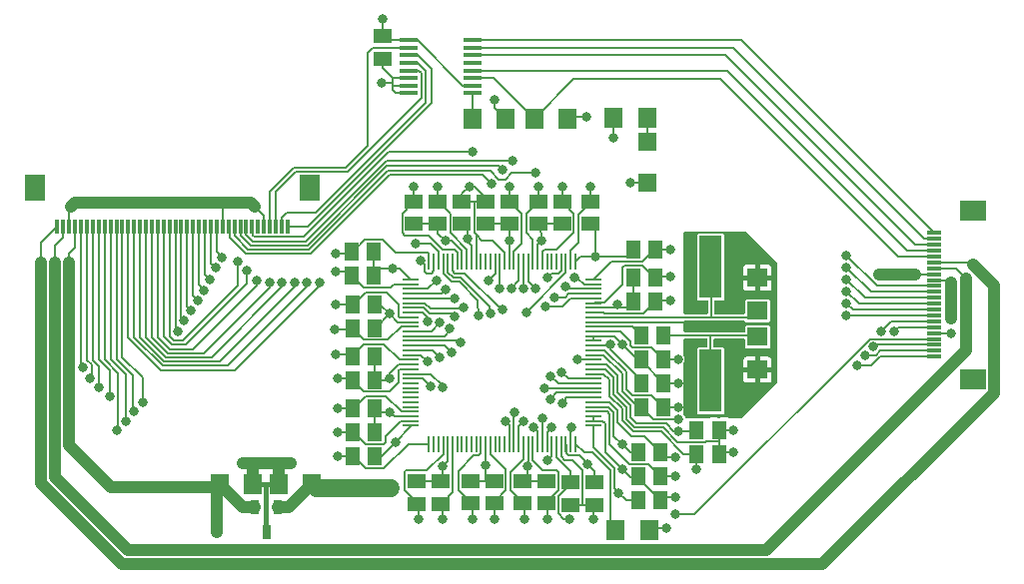
<source format=gbr>
G04 EAGLE Gerber RS-274X export*
G75*
%MOMM*%
%FSLAX34Y34*%
%LPD*%
%INTop Copper*%
%IPPOS*%
%AMOC8*
5,1,8,0,0,1.08239X$1,22.5*%
G01*
%ADD10R,1.600000X1.800000*%
%ADD11R,1.300000X1.500000*%
%ADD12R,1.800000X1.600000*%
%ADD13R,0.300000X1.300000*%
%ADD14R,1.800000X2.200000*%
%ADD15R,1.600000X1.803000*%
%ADD16R,1.475000X0.200000*%
%ADD17R,0.200000X1.475000*%
%ADD18R,0.650000X1.250000*%
%ADD19R,1.500000X1.300000*%
%ADD20R,1.930400X5.334000*%
%ADD21R,1.500000X1.500000*%
%ADD22R,1.300000X0.300000*%
%ADD23R,2.200000X1.800000*%
%ADD24R,1.520000X0.440000*%
%ADD25C,0.203200*%
%ADD26C,0.812800*%
%ADD27C,0.406400*%
%ADD28C,1.016000*%
%ADD29C,0.152400*%
%ADD30C,1.524000*%

G36*
X950635Y452642D02*
X950635Y452642D01*
X950732Y452647D01*
X950770Y452661D01*
X950821Y452669D01*
X950978Y452739D01*
X951047Y452765D01*
X951123Y452809D01*
X951899Y453017D01*
X956987Y453017D01*
X956993Y453008D01*
X957054Y452950D01*
X957109Y452886D01*
X957157Y452854D01*
X957200Y452814D01*
X957275Y452775D01*
X957345Y452729D01*
X957401Y452711D01*
X957453Y452684D01*
X957521Y452673D01*
X957616Y452643D01*
X957716Y452640D01*
X957784Y452629D01*
X959816Y452629D01*
X959874Y452637D01*
X959932Y452635D01*
X960014Y452657D01*
X960097Y452669D01*
X960151Y452693D01*
X960207Y452707D01*
X960280Y452750D01*
X960357Y452785D01*
X960401Y452823D01*
X960452Y452853D01*
X960509Y452914D01*
X960574Y452969D01*
X960606Y453017D01*
X965701Y453017D01*
X966477Y452809D01*
X966553Y452765D01*
X966643Y452729D01*
X966730Y452684D01*
X966770Y452678D01*
X966817Y452659D01*
X966988Y452641D01*
X967061Y452629D01*
X977792Y452629D01*
X977879Y452641D01*
X977966Y452644D01*
X978019Y452661D01*
X978074Y452669D01*
X978153Y452704D01*
X978237Y452731D01*
X978276Y452759D01*
X978333Y452785D01*
X978446Y452881D01*
X978510Y452926D01*
X1007974Y482390D01*
X1007985Y482404D01*
X1007992Y482411D01*
X1008014Y482443D01*
X1008026Y482460D01*
X1008086Y482524D01*
X1008112Y482573D01*
X1008145Y482617D01*
X1008176Y482699D01*
X1008216Y482777D01*
X1008224Y482825D01*
X1008246Y482883D01*
X1008258Y483031D01*
X1008271Y483108D01*
X1008271Y583292D01*
X1008259Y583379D01*
X1008256Y583466D01*
X1008239Y583519D01*
X1008231Y583574D01*
X1008196Y583653D01*
X1008169Y583737D01*
X1008141Y583776D01*
X1008115Y583833D01*
X1008019Y583946D01*
X1007974Y584010D01*
X981412Y610572D01*
X981342Y610624D01*
X981278Y610684D01*
X981229Y610710D01*
X981185Y610743D01*
X981103Y610774D01*
X981025Y610814D01*
X980978Y610822D01*
X980919Y610844D01*
X980771Y610856D01*
X980694Y610869D01*
X930040Y610869D01*
X929982Y610861D01*
X929924Y610863D01*
X929842Y610841D01*
X929759Y610829D01*
X929705Y610806D01*
X929649Y610791D01*
X929576Y610748D01*
X929499Y610713D01*
X929454Y610675D01*
X929404Y610646D01*
X929346Y610584D01*
X929282Y610530D01*
X929250Y610481D01*
X929210Y610438D01*
X929171Y610363D01*
X929125Y610293D01*
X929107Y610237D01*
X929080Y610185D01*
X929069Y610117D01*
X929039Y610022D01*
X929036Y609922D01*
X929025Y609854D01*
X929025Y541556D01*
X929033Y541498D01*
X929031Y541440D01*
X929053Y541358D01*
X929065Y541274D01*
X929089Y541221D01*
X929103Y541165D01*
X929146Y541092D01*
X929181Y541015D01*
X929219Y540970D01*
X929249Y540920D01*
X929310Y540862D01*
X929365Y540798D01*
X929413Y540766D01*
X929456Y540726D01*
X929531Y540687D01*
X929601Y540640D01*
X929657Y540623D01*
X929709Y540596D01*
X929777Y540585D01*
X929872Y540555D01*
X929972Y540552D01*
X930040Y540541D01*
X948582Y540541D01*
X948640Y540549D01*
X948698Y540547D01*
X948780Y540569D01*
X948864Y540581D01*
X948917Y540604D01*
X948973Y540619D01*
X949046Y540662D01*
X949123Y540697D01*
X949168Y540735D01*
X949218Y540764D01*
X949276Y540826D01*
X949340Y540880D01*
X949372Y540929D01*
X949412Y540972D01*
X949451Y541047D01*
X949498Y541117D01*
X949515Y541173D01*
X949542Y541225D01*
X949553Y541293D01*
X949583Y541388D01*
X949586Y541488D01*
X949597Y541556D01*
X949597Y551434D01*
X949589Y551492D01*
X949591Y551550D01*
X949569Y551632D01*
X949557Y551716D01*
X949534Y551769D01*
X949519Y551825D01*
X949476Y551898D01*
X949441Y551975D01*
X949403Y552020D01*
X949374Y552070D01*
X949312Y552128D01*
X949258Y552192D01*
X949209Y552224D01*
X949166Y552264D01*
X949091Y552303D01*
X949021Y552350D01*
X948965Y552367D01*
X948913Y552394D01*
X948845Y552405D01*
X948750Y552435D01*
X948650Y552438D01*
X948582Y552449D01*
X941600Y552449D01*
X940707Y553342D01*
X940707Y607946D01*
X941600Y608839D01*
X962168Y608839D01*
X963061Y607946D01*
X963061Y553342D01*
X962168Y552449D01*
X955694Y552449D01*
X955636Y552441D01*
X955578Y552443D01*
X955496Y552421D01*
X955412Y552409D01*
X955359Y552386D01*
X955303Y552371D01*
X955230Y552328D01*
X955153Y552293D01*
X955108Y552255D01*
X955058Y552226D01*
X955000Y552164D01*
X954936Y552110D01*
X954904Y552061D01*
X954864Y552018D01*
X954825Y551943D01*
X954778Y551873D01*
X954761Y551817D01*
X954734Y551765D01*
X954723Y551697D01*
X954693Y551602D01*
X954690Y551502D01*
X954679Y551434D01*
X954679Y541556D01*
X954687Y541498D01*
X954685Y541440D01*
X954707Y541358D01*
X954719Y541274D01*
X954742Y541221D01*
X954757Y541165D01*
X954800Y541092D01*
X954835Y541015D01*
X954873Y540970D01*
X954902Y540920D01*
X954964Y540862D01*
X955018Y540798D01*
X955067Y540766D01*
X955110Y540726D01*
X955185Y540687D01*
X955255Y540640D01*
X955311Y540623D01*
X955363Y540596D01*
X955431Y540585D01*
X955526Y540555D01*
X955626Y540552D01*
X955694Y540541D01*
X979968Y540541D01*
X980026Y540549D01*
X980084Y540547D01*
X980166Y540569D01*
X980250Y540581D01*
X980303Y540604D01*
X980359Y540619D01*
X980432Y540662D01*
X980509Y540697D01*
X980554Y540735D01*
X980604Y540764D01*
X980662Y540826D01*
X980726Y540880D01*
X980758Y540929D01*
X980798Y540972D01*
X980837Y541047D01*
X980884Y541117D01*
X980901Y541173D01*
X980928Y541225D01*
X980939Y541293D01*
X980969Y541388D01*
X980972Y541488D01*
X980983Y541556D01*
X980983Y552162D01*
X981876Y553055D01*
X1001140Y553055D01*
X1002033Y552162D01*
X1002033Y534898D01*
X1001140Y534005D01*
X981876Y534005D01*
X980720Y535162D01*
X980650Y535214D01*
X980586Y535274D01*
X980537Y535300D01*
X980493Y535333D01*
X980411Y535364D01*
X980333Y535404D01*
X980285Y535412D01*
X980227Y535434D01*
X980079Y535446D01*
X980002Y535459D01*
X930040Y535459D01*
X929982Y535451D01*
X929924Y535453D01*
X929842Y535431D01*
X929759Y535419D01*
X929705Y535396D01*
X929649Y535381D01*
X929576Y535338D01*
X929499Y535303D01*
X929454Y535265D01*
X929404Y535236D01*
X929346Y535174D01*
X929282Y535120D01*
X929250Y535071D01*
X929210Y535028D01*
X929171Y534953D01*
X929125Y534883D01*
X929107Y534827D01*
X929080Y534775D01*
X929069Y534707D01*
X929039Y534612D01*
X929036Y534512D01*
X929025Y534444D01*
X929025Y526288D01*
X929033Y526230D01*
X929031Y526172D01*
X929053Y526090D01*
X929065Y526006D01*
X929089Y525953D01*
X929103Y525897D01*
X929146Y525824D01*
X929181Y525747D01*
X929219Y525702D01*
X929249Y525652D01*
X929310Y525594D01*
X929365Y525530D01*
X929413Y525498D01*
X929456Y525458D01*
X929531Y525419D01*
X929601Y525372D01*
X929657Y525355D01*
X929709Y525328D01*
X929777Y525317D01*
X929872Y525287D01*
X929972Y525284D01*
X930040Y525273D01*
X952790Y525273D01*
X953001Y525062D01*
X953071Y525010D01*
X953135Y524950D01*
X953184Y524924D01*
X953228Y524891D01*
X953310Y524860D01*
X953388Y524820D01*
X953435Y524812D01*
X953494Y524790D01*
X953642Y524778D01*
X953719Y524765D01*
X979968Y524765D01*
X980026Y524773D01*
X980084Y524771D01*
X980166Y524793D01*
X980250Y524805D01*
X980303Y524828D01*
X980359Y524843D01*
X980432Y524886D01*
X980509Y524921D01*
X980554Y524959D01*
X980604Y524988D01*
X980662Y525050D01*
X980726Y525104D01*
X980758Y525153D01*
X980798Y525196D01*
X980837Y525271D01*
X980884Y525341D01*
X980901Y525397D01*
X980928Y525449D01*
X980939Y525517D01*
X980969Y525612D01*
X980972Y525712D01*
X980983Y525780D01*
X980983Y530124D01*
X981876Y531017D01*
X1001140Y531017D01*
X1002033Y530124D01*
X1002033Y512860D01*
X1001140Y511967D01*
X981876Y511967D01*
X980983Y512860D01*
X980983Y518668D01*
X980976Y518719D01*
X980977Y518736D01*
X980975Y518741D01*
X980977Y518784D01*
X980955Y518866D01*
X980943Y518950D01*
X980920Y519003D01*
X980905Y519059D01*
X980862Y519132D01*
X980827Y519209D01*
X980789Y519254D01*
X980760Y519304D01*
X980698Y519362D01*
X980644Y519426D01*
X980595Y519458D01*
X980552Y519498D01*
X980477Y519537D01*
X980407Y519584D01*
X980351Y519601D01*
X980299Y519628D01*
X980231Y519639D01*
X980136Y519669D01*
X980036Y519672D01*
X979968Y519683D01*
X955294Y519683D01*
X955236Y519675D01*
X955178Y519677D01*
X955096Y519655D01*
X955012Y519643D01*
X954959Y519620D01*
X954903Y519605D01*
X954830Y519562D01*
X954753Y519527D01*
X954708Y519489D01*
X954658Y519460D01*
X954600Y519398D01*
X954536Y519344D01*
X954504Y519295D01*
X954464Y519252D01*
X954425Y519177D01*
X954378Y519107D01*
X954361Y519051D01*
X954334Y518999D01*
X954323Y518931D01*
X954293Y518836D01*
X954290Y518736D01*
X954279Y518668D01*
X954279Y513334D01*
X954287Y513276D01*
X954285Y513218D01*
X954307Y513136D01*
X954319Y513052D01*
X954342Y512999D01*
X954357Y512943D01*
X954400Y512870D01*
X954435Y512793D01*
X954473Y512748D01*
X954502Y512698D01*
X954564Y512640D01*
X954618Y512576D01*
X954667Y512544D01*
X954710Y512504D01*
X954785Y512465D01*
X954855Y512418D01*
X954911Y512401D01*
X954963Y512374D01*
X955031Y512363D01*
X955126Y512333D01*
X955226Y512330D01*
X955294Y512319D01*
X962168Y512319D01*
X963061Y511426D01*
X963061Y456822D01*
X962168Y455929D01*
X941600Y455929D01*
X940707Y456822D01*
X940707Y511426D01*
X941600Y512319D01*
X948182Y512319D01*
X948240Y512327D01*
X948298Y512325D01*
X948380Y512347D01*
X948464Y512359D01*
X948517Y512382D01*
X948573Y512397D01*
X948646Y512440D01*
X948723Y512475D01*
X948768Y512513D01*
X948818Y512542D01*
X948876Y512604D01*
X948940Y512658D01*
X948972Y512707D01*
X949012Y512750D01*
X949051Y512825D01*
X949098Y512895D01*
X949115Y512951D01*
X949142Y513003D01*
X949153Y513071D01*
X949183Y513166D01*
X949186Y513266D01*
X949197Y513334D01*
X949197Y519176D01*
X949189Y519234D01*
X949191Y519292D01*
X949169Y519374D01*
X949157Y519458D01*
X949134Y519511D01*
X949119Y519567D01*
X949076Y519640D01*
X949041Y519717D01*
X949003Y519762D01*
X948974Y519812D01*
X948912Y519870D01*
X948858Y519934D01*
X948809Y519966D01*
X948766Y520006D01*
X948691Y520045D01*
X948621Y520092D01*
X948565Y520109D01*
X948513Y520136D01*
X948445Y520147D01*
X948350Y520177D01*
X948250Y520180D01*
X948182Y520191D01*
X930040Y520191D01*
X929982Y520183D01*
X929924Y520185D01*
X929842Y520163D01*
X929759Y520151D01*
X929705Y520128D01*
X929649Y520113D01*
X929576Y520070D01*
X929499Y520035D01*
X929454Y519997D01*
X929404Y519968D01*
X929346Y519906D01*
X929282Y519852D01*
X929250Y519803D01*
X929210Y519760D01*
X929171Y519685D01*
X929125Y519615D01*
X929107Y519559D01*
X929080Y519507D01*
X929069Y519439D01*
X929039Y519344D01*
X929036Y519244D01*
X929025Y519176D01*
X929025Y505213D01*
X929029Y505182D01*
X929027Y505151D01*
X929044Y505075D01*
X929065Y504931D01*
X929091Y504872D01*
X929102Y504824D01*
X929641Y503524D01*
X929641Y501300D01*
X929102Y500000D01*
X929094Y499970D01*
X929080Y499942D01*
X929067Y499865D01*
X929031Y499725D01*
X929033Y499660D01*
X929025Y499611D01*
X929025Y455471D01*
X929037Y455385D01*
X929040Y455297D01*
X929057Y455245D01*
X929065Y455190D01*
X929100Y455110D01*
X929127Y455027D01*
X929155Y454988D01*
X929181Y454931D01*
X929277Y454817D01*
X929288Y454801D01*
X929928Y453255D01*
X929929Y453254D01*
X929930Y453253D01*
X930000Y453135D01*
X930073Y453011D01*
X930074Y453010D01*
X930075Y453008D01*
X930179Y452911D01*
X930280Y452815D01*
X930281Y452815D01*
X930282Y452814D01*
X930408Y452749D01*
X930532Y452685D01*
X930534Y452685D01*
X930535Y452684D01*
X930550Y452682D01*
X930811Y452630D01*
X930842Y452633D01*
X930866Y452629D01*
X950539Y452629D01*
X950635Y452642D01*
G37*
%LPC*%
G36*
X993539Y573561D02*
X993539Y573561D01*
X993539Y582579D01*
X1000909Y582579D01*
X1001685Y582371D01*
X1002380Y581970D01*
X1002948Y581402D01*
X1003349Y580707D01*
X1003557Y579931D01*
X1003557Y573561D01*
X993539Y573561D01*
G37*
%LPD*%
%LPC*%
G36*
X993539Y495523D02*
X993539Y495523D01*
X993539Y504541D01*
X1000909Y504541D01*
X1001685Y504333D01*
X1002380Y503932D01*
X1002948Y503364D01*
X1003349Y502669D01*
X1003557Y501893D01*
X1003557Y495523D01*
X993539Y495523D01*
G37*
%LPD*%
%LPC*%
G36*
X979459Y573561D02*
X979459Y573561D01*
X979459Y579931D01*
X979667Y580707D01*
X980068Y581402D01*
X980636Y581970D01*
X981331Y582371D01*
X982107Y582579D01*
X989477Y582579D01*
X989477Y573561D01*
X979459Y573561D01*
G37*
%LPD*%
%LPC*%
G36*
X979459Y495523D02*
X979459Y495523D01*
X979459Y501893D01*
X979667Y502669D01*
X980068Y503364D01*
X980636Y503932D01*
X981331Y504333D01*
X982107Y504541D01*
X989477Y504541D01*
X989477Y495523D01*
X979459Y495523D01*
G37*
%LPD*%
%LPC*%
G36*
X993539Y560481D02*
X993539Y560481D01*
X993539Y569499D01*
X1003557Y569499D01*
X1003557Y563129D01*
X1003349Y562353D01*
X1002948Y561658D01*
X1002380Y561090D01*
X1001685Y560689D01*
X1000909Y560481D01*
X993539Y560481D01*
G37*
%LPD*%
%LPC*%
G36*
X993539Y482443D02*
X993539Y482443D01*
X993539Y491461D01*
X1003557Y491461D01*
X1003557Y485091D01*
X1003349Y484315D01*
X1002948Y483620D01*
X1002380Y483052D01*
X1001685Y482651D01*
X1000909Y482443D01*
X993539Y482443D01*
G37*
%LPD*%
%LPC*%
G36*
X982107Y560481D02*
X982107Y560481D01*
X981331Y560689D01*
X980636Y561090D01*
X980068Y561658D01*
X979667Y562353D01*
X979459Y563129D01*
X979459Y569499D01*
X989477Y569499D01*
X989477Y560481D01*
X982107Y560481D01*
G37*
%LPD*%
%LPC*%
G36*
X982107Y482443D02*
X982107Y482443D01*
X981331Y482651D01*
X980636Y483052D01*
X980068Y483620D01*
X979667Y484315D01*
X979459Y485091D01*
X979459Y491461D01*
X989477Y491461D01*
X989477Y482443D01*
X982107Y482443D01*
G37*
%LPD*%
%LPC*%
G36*
X991507Y571529D02*
X991507Y571529D01*
X991507Y571531D01*
X991509Y571531D01*
X991509Y571529D01*
X991507Y571529D01*
G37*
%LPD*%
%LPC*%
G36*
X991507Y493491D02*
X991507Y493491D01*
X991507Y493493D01*
X991509Y493493D01*
X991509Y493491D01*
X991507Y493491D01*
G37*
%LPD*%
D10*
X585967Y396494D03*
X613967Y396494D03*
X563929Y396494D03*
X535929Y396494D03*
D11*
X911810Y482092D03*
X892810Y482092D03*
D12*
X991508Y571530D03*
X991508Y543530D03*
X991508Y493492D03*
X991508Y521492D03*
D13*
X593200Y615200D03*
X588200Y615200D03*
X583200Y615200D03*
X578200Y615200D03*
X573200Y615200D03*
X568200Y615200D03*
X563200Y615200D03*
X558200Y615200D03*
X553200Y615200D03*
X548200Y615200D03*
X543200Y615200D03*
X538200Y615200D03*
X533200Y615200D03*
X528200Y615200D03*
X523200Y615200D03*
X518200Y615200D03*
X513200Y615200D03*
X508200Y615200D03*
X503200Y615200D03*
X498200Y615200D03*
X493200Y615200D03*
X488200Y615200D03*
X483200Y615200D03*
X478200Y615200D03*
X473200Y615200D03*
X468200Y615200D03*
X463200Y615200D03*
X458200Y615200D03*
X453200Y615200D03*
X448200Y615200D03*
X443200Y615200D03*
X438200Y615200D03*
X433200Y615200D03*
X428200Y615200D03*
X423200Y615200D03*
X418200Y615200D03*
X413200Y615200D03*
X408200Y615200D03*
X403200Y615200D03*
X398200Y615200D03*
D14*
X379200Y647700D03*
X612200Y647700D03*
D15*
X897981Y707097D03*
X869541Y707097D03*
X899556Y357632D03*
X871116Y357632D03*
D11*
X911810Y522732D03*
X892810Y522732D03*
D16*
X852480Y446000D03*
X852480Y450000D03*
X852480Y454000D03*
X852480Y458000D03*
X852480Y462000D03*
X852480Y466000D03*
X852480Y470000D03*
X852480Y474000D03*
X852480Y478000D03*
X852480Y482000D03*
X852480Y486000D03*
X852480Y490000D03*
X852480Y494000D03*
X852480Y498000D03*
X852480Y502000D03*
X852480Y506000D03*
X852480Y510000D03*
X852480Y514000D03*
X852480Y518000D03*
X852480Y522000D03*
X852480Y526000D03*
X852480Y530000D03*
X852480Y534000D03*
X852480Y538000D03*
X852480Y542000D03*
X852480Y546000D03*
X852480Y550000D03*
X852480Y554000D03*
X852480Y558000D03*
X852480Y562000D03*
X852480Y566000D03*
X852480Y570000D03*
D17*
X837100Y585380D03*
X833100Y585380D03*
X829100Y585380D03*
X825100Y585380D03*
X821100Y585380D03*
X817100Y585380D03*
X813100Y585380D03*
X809100Y585380D03*
X805100Y585380D03*
X801100Y585380D03*
X797100Y585380D03*
X793100Y585380D03*
X789100Y585380D03*
X785100Y585380D03*
X781100Y585380D03*
X777100Y585380D03*
X773100Y585380D03*
X769100Y585380D03*
X765100Y585380D03*
X761100Y585380D03*
X757100Y585380D03*
X753100Y585380D03*
X749100Y585380D03*
X745100Y585380D03*
X741100Y585380D03*
X737100Y585380D03*
X733100Y585380D03*
X729100Y585380D03*
X725100Y585380D03*
X721100Y585380D03*
X717100Y585380D03*
X713100Y585380D03*
D16*
X697720Y570000D03*
X697720Y566000D03*
X697720Y562000D03*
X697720Y558000D03*
X697720Y554000D03*
X697720Y550000D03*
X697720Y546000D03*
X697720Y542000D03*
X697720Y538000D03*
X697720Y534000D03*
X697720Y530000D03*
X697720Y526000D03*
X697720Y522000D03*
X697720Y518000D03*
X697720Y514000D03*
X697720Y510000D03*
X697720Y506000D03*
X697720Y502000D03*
X697720Y498000D03*
X697720Y494000D03*
X697720Y490000D03*
X697720Y486000D03*
X697720Y482000D03*
X697720Y478000D03*
X697720Y474000D03*
X697720Y470000D03*
X697720Y466000D03*
X697720Y462000D03*
X697720Y458000D03*
X697720Y454000D03*
X697720Y450000D03*
X697720Y446000D03*
D17*
X713100Y430620D03*
X717100Y430620D03*
X721100Y430620D03*
X725100Y430620D03*
X729100Y430620D03*
X733100Y430620D03*
X737100Y430620D03*
X741100Y430620D03*
X745100Y430620D03*
X749100Y430620D03*
X753100Y430620D03*
X757100Y430620D03*
X761100Y430620D03*
X765100Y430620D03*
X769100Y430620D03*
X773100Y430620D03*
X777100Y430620D03*
X781100Y430620D03*
X785100Y430620D03*
X789100Y430620D03*
X793100Y430620D03*
X797100Y430620D03*
X801100Y430620D03*
X805100Y430620D03*
X809100Y430620D03*
X813100Y430620D03*
X817100Y430620D03*
X821100Y430620D03*
X825100Y430620D03*
X829100Y430620D03*
X833100Y430620D03*
X837100Y430620D03*
D18*
X584829Y377022D03*
X565829Y377022D03*
X575329Y356022D03*
D19*
X768242Y399136D03*
X768242Y380136D03*
X812438Y399136D03*
X812438Y380136D03*
X853078Y378866D03*
X853078Y397866D03*
D11*
X909314Y382778D03*
X890314Y382778D03*
X890270Y423418D03*
X909270Y423418D03*
X958800Y442468D03*
X939800Y442468D03*
X886250Y551688D03*
X905250Y551688D03*
X892810Y502412D03*
X911810Y502412D03*
D19*
X781704Y617372D03*
X781704Y636372D03*
X720744Y617372D03*
X720744Y636372D03*
X825900Y617372D03*
X825900Y636372D03*
D11*
X886250Y595630D03*
X905250Y595630D03*
X666490Y573151D03*
X647490Y573151D03*
X666998Y528955D03*
X647998Y528955D03*
X666998Y484886D03*
X647998Y484886D03*
X666998Y440690D03*
X647998Y440690D03*
X666998Y420370D03*
X647998Y420370D03*
D19*
X702456Y398882D03*
X702456Y379882D03*
X747922Y399136D03*
X747922Y380136D03*
X792118Y399136D03*
X792118Y380136D03*
X832758Y378866D03*
X832758Y397866D03*
D11*
X890270Y403098D03*
X909270Y403098D03*
X958850Y422148D03*
X939850Y422148D03*
X911854Y461772D03*
X892854Y461772D03*
X886250Y572008D03*
X905250Y572008D03*
D19*
X849776Y617372D03*
X849776Y636372D03*
X805580Y617372D03*
X805580Y636372D03*
X761384Y617372D03*
X761384Y636372D03*
X741064Y617372D03*
X741064Y636372D03*
X700424Y617372D03*
X700424Y636372D03*
D11*
X666490Y593471D03*
X647490Y593471D03*
X666998Y549275D03*
X647998Y549275D03*
X666998Y505206D03*
X647998Y505206D03*
X666998Y461010D03*
X647998Y461010D03*
D19*
X722776Y398882D03*
X722776Y379882D03*
D20*
X951884Y484124D03*
X951884Y580644D03*
D21*
X897938Y651930D03*
X897938Y686930D03*
D22*
X1141500Y504600D03*
X1141500Y509600D03*
X1141500Y514600D03*
X1141500Y519600D03*
X1141500Y524600D03*
X1141500Y529600D03*
X1141500Y534600D03*
X1141500Y539600D03*
X1141500Y544600D03*
X1141500Y549600D03*
X1141500Y554600D03*
X1141500Y559600D03*
X1141500Y564600D03*
X1141500Y569600D03*
X1141500Y574600D03*
X1141500Y579600D03*
X1141500Y584600D03*
X1141500Y589600D03*
X1141500Y594600D03*
X1141500Y599600D03*
X1141500Y604600D03*
X1141500Y609600D03*
D23*
X1174000Y628600D03*
X1174000Y485600D03*
D24*
X695734Y772970D03*
X695734Y766570D03*
X695734Y760170D03*
X695734Y753770D03*
X695734Y747370D03*
X695734Y740970D03*
X695734Y734570D03*
X695734Y728170D03*
X750034Y728170D03*
X750034Y734570D03*
X750034Y740970D03*
X750034Y747370D03*
X750034Y753770D03*
X750034Y760170D03*
X750034Y766570D03*
X750034Y772970D03*
D10*
X778032Y706628D03*
X750032Y706628D03*
D19*
X673608Y757326D03*
X673608Y776326D03*
D15*
X830576Y706628D03*
X802136Y706628D03*
D25*
X697695Y454025D02*
X697720Y454000D01*
X697695Y454025D02*
X683787Y454025D01*
X686985Y498000D02*
X697720Y498000D01*
D26*
X679850Y486410D03*
X679850Y457200D03*
D25*
X666490Y573151D02*
X666490Y593471D01*
D26*
X682390Y579120D03*
X679850Y541020D03*
D25*
X666998Y461010D02*
X666998Y440690D01*
X697720Y445504D02*
X697720Y446000D01*
X684930Y431800D02*
X672586Y420370D01*
D26*
X684930Y431800D03*
D25*
X697720Y445504D01*
X702456Y398882D02*
X722776Y398882D01*
X747922Y399136D02*
X760876Y399136D01*
X768242Y399136D01*
X761100Y399360D02*
X761130Y412750D01*
X761100Y399360D02*
X760876Y399136D01*
X792118Y399136D02*
X812438Y399136D01*
D26*
X724300Y411480D03*
X761130Y412750D03*
D25*
X761100Y430620D01*
D26*
X796690Y411480D03*
D25*
X886250Y551688D02*
X886250Y572008D01*
X886250Y551688D02*
X880562Y546000D01*
X872744Y546000D01*
X852480Y546000D01*
D26*
X872890Y548640D03*
D25*
X825900Y617372D02*
X806850Y617372D01*
X805580Y617372D01*
X781704Y617372D02*
X761384Y617372D01*
X781100Y616768D02*
X781704Y617372D01*
X781450Y603250D02*
X781100Y585380D01*
X741100Y585380D02*
X741064Y585416D01*
X720490Y617372D02*
X700424Y617372D01*
X720490Y617372D02*
X720744Y617372D01*
X741064Y594497D02*
X741064Y585416D01*
D26*
X726840Y603250D03*
X745890Y604520D03*
X781450Y603250D03*
D25*
X781100Y616768D01*
D26*
X808120Y603250D03*
D25*
X805100Y600646D02*
X805100Y585380D01*
X805100Y600646D02*
X808120Y603250D01*
X807704Y616518D01*
X806850Y617372D01*
X741064Y594497D02*
X732416Y603145D01*
X726840Y603250D01*
X720490Y609297D01*
X720490Y617372D01*
X408200Y615200D02*
X408200Y630304D01*
X409594Y631698D01*
X565550Y631698D02*
X573200Y624048D01*
X573200Y615200D01*
D26*
X972820Y474980D03*
D25*
X585470Y396494D02*
X575075Y396494D01*
X566693Y396494D01*
X563929Y396494D01*
D27*
X575075Y356276D02*
X575329Y356022D01*
X575075Y356276D02*
X575075Y396494D01*
X585470Y396494D02*
X585967Y396494D01*
X585470Y396494D02*
X566693Y396494D01*
D25*
X686870Y534000D02*
X697720Y534000D01*
X686870Y534000D02*
X679850Y541020D01*
X679850Y490865D02*
X679850Y486410D01*
X679850Y490865D02*
X686985Y498000D01*
X666998Y461010D02*
X670808Y457200D01*
X679850Y457200D01*
X680612Y457200D01*
X683787Y454025D01*
X792118Y399136D02*
X796690Y403708D01*
X796690Y411480D01*
X797100Y411890D01*
X797100Y430620D01*
X749100Y585380D02*
X749100Y598770D01*
X745890Y601980D01*
X745890Y604520D01*
X745890Y612546D01*
X741064Y617372D01*
X880542Y589922D02*
X886250Y595630D01*
X880542Y589922D02*
X854475Y589922D01*
X841642Y589922D01*
X837100Y585380D01*
X854475Y612673D02*
X849776Y617372D01*
D26*
X854475Y589922D03*
D25*
X854475Y612673D01*
X724300Y411480D02*
X724300Y400406D01*
X722776Y398882D01*
X724300Y411480D02*
X729100Y416280D01*
X729100Y430620D01*
X672586Y420370D02*
X666998Y420370D01*
X666998Y549275D02*
X671595Y549275D01*
X679850Y541020D01*
X667785Y528955D02*
X666998Y528955D01*
X667785Y528955D02*
X679850Y541020D01*
X666998Y505206D02*
X666998Y484886D01*
X678326Y484886D02*
X679850Y486410D01*
X678326Y484886D02*
X666998Y484886D01*
D26*
X976630Y595630D03*
X934720Y595630D03*
X984250Y474980D03*
X972820Y463550D03*
X986790Y595630D03*
X554990Y414020D03*
X575310Y414020D03*
X585470Y414020D03*
X595630Y414020D03*
X565150Y414020D03*
D28*
X563929Y414020D02*
X554990Y414020D01*
X563929Y414020D02*
X585967Y414020D01*
X595630Y414020D01*
X585967Y414020D02*
X585967Y396494D01*
X563929Y396494D02*
X563929Y414020D01*
D26*
X461010Y635000D03*
X471170Y635000D03*
X481330Y635000D03*
X491490Y635000D03*
X501650Y635000D03*
D28*
X538480Y635000D02*
X562248Y635000D01*
X565550Y631698D01*
X412896Y635000D02*
X409594Y631698D01*
D25*
X538200Y634720D02*
X538200Y615200D01*
X538200Y634720D02*
X538480Y635000D01*
X872890Y548640D02*
X872890Y546146D01*
X872744Y546000D01*
X682390Y579120D02*
X672459Y579120D01*
X682390Y579120D02*
X688600Y579120D01*
X697720Y570000D01*
X672459Y579120D02*
X666490Y573151D01*
D26*
X939800Y529590D03*
X949960Y529590D03*
D25*
X935390Y534000D02*
X852480Y534000D01*
X935390Y534000D02*
X939800Y529590D01*
X852480Y502000D02*
X839312Y502000D01*
X839216Y501904D01*
D26*
X839216Y501904D03*
D25*
X892810Y502412D02*
X892810Y501092D01*
X852480Y518000D02*
X852480Y522000D01*
D26*
X877062Y514858D03*
D25*
X861979Y510000D02*
X852480Y510000D01*
X892810Y501092D02*
X911810Y482092D01*
X901574Y472052D02*
X885258Y472052D01*
X901574Y472052D02*
X911854Y461772D01*
X880214Y477096D02*
X880214Y491765D01*
X880214Y477096D02*
X885258Y472052D01*
X880214Y491765D02*
X861979Y510000D01*
X862360Y494000D02*
X852480Y494000D01*
X911810Y482092D02*
X924052Y482092D01*
D26*
X924052Y482092D03*
D25*
X924306Y461772D02*
X911854Y461772D01*
D26*
X924306Y461772D03*
D25*
X889508Y502412D02*
X877062Y514858D01*
X869546Y486814D02*
X869546Y472677D01*
X958800Y432562D02*
X958800Y422198D01*
X958800Y432562D02*
X958800Y442468D01*
X869546Y486814D02*
X862360Y494000D01*
X958800Y422198D02*
X958850Y422148D01*
X880258Y451747D02*
X880258Y461965D01*
X869546Y472677D01*
X880258Y451747D02*
X887505Y444500D01*
X947486Y432562D02*
X958800Y432562D01*
X911716Y444500D02*
X887505Y444500D01*
X947352Y432428D02*
X947486Y432562D01*
X947352Y432428D02*
X923788Y432428D01*
X911716Y444500D01*
X865136Y462000D02*
X852480Y462000D01*
X865136Y462000D02*
X869590Y457546D01*
X860447Y450000D02*
X852480Y450000D01*
X860447Y450000D02*
X862478Y447969D01*
X852480Y450000D02*
X852480Y454000D01*
X890270Y401822D02*
X909314Y382778D01*
X890270Y401822D02*
X890270Y402590D01*
X890270Y403098D01*
X890270Y423418D02*
X883412Y423418D01*
X876808Y430022D01*
D26*
X876808Y430022D03*
D25*
X869590Y437240D01*
X869590Y457546D01*
D26*
X877062Y409194D03*
D25*
X862478Y423778D01*
X862478Y447969D01*
X889508Y502412D02*
X892810Y502412D01*
X958800Y442468D02*
X971042Y442468D01*
D26*
X971042Y442468D03*
D25*
X960374Y423672D02*
X958850Y422148D01*
X960374Y423672D02*
X971042Y423672D01*
D26*
X971042Y423672D03*
D25*
X911600Y385064D02*
X909314Y382778D01*
X911600Y385064D02*
X921512Y385064D01*
D26*
X921512Y385064D03*
D25*
X877062Y514858D02*
X869920Y522000D01*
X852480Y522000D01*
X883666Y402590D02*
X890270Y402590D01*
X883666Y402590D02*
X877062Y409194D01*
X817100Y420352D02*
X817100Y430620D01*
X817100Y420352D02*
X813733Y416985D01*
D26*
X813733Y416985D03*
D25*
X825100Y420126D02*
X825100Y430620D01*
X828158Y417068D02*
X834332Y417068D01*
X842798Y408602D01*
X842416Y378866D02*
X832758Y378866D01*
X828158Y417068D02*
X825100Y420126D01*
X842798Y408602D02*
X842798Y379248D01*
X842416Y378866D01*
X853078Y378866D01*
X852170Y377958D01*
X852170Y366776D01*
D26*
X852170Y366776D03*
D25*
X899978Y648970D02*
X897938Y651930D01*
D26*
X883666Y652018D03*
D25*
X673608Y749554D02*
X673608Y757326D01*
X673608Y749554D02*
X682244Y740918D01*
X695682Y740918D01*
X695734Y740970D01*
X682244Y740918D02*
X682244Y736600D01*
X682244Y734060D01*
X682244Y731012D01*
X685086Y728170D01*
X695734Y728170D01*
X682754Y734570D02*
X682244Y734060D01*
X682754Y734570D02*
X695734Y734570D01*
X1125272Y574600D02*
X1141500Y574600D01*
X1125272Y574600D02*
X1125220Y574548D01*
D26*
X1125220Y574548D03*
X1115060Y574802D03*
X1104900Y574548D03*
X1094740Y574548D03*
D28*
X1125220Y574548D01*
D25*
X883754Y651930D02*
X883666Y652018D01*
X883754Y651930D02*
X897938Y651930D01*
D26*
X673100Y736600D03*
D25*
X682244Y736600D01*
X768858Y715802D02*
X778032Y706628D01*
X768858Y715802D02*
X768858Y722122D01*
D26*
X768858Y722122D03*
D28*
X538480Y635000D02*
X501650Y635000D01*
X491490Y635000D01*
X481330Y635000D01*
X471170Y635000D01*
X461010Y635000D01*
X412896Y635000D01*
D25*
X813100Y440082D02*
X813100Y430620D01*
X813100Y440082D02*
X817010Y444500D01*
D26*
X817010Y444500D03*
X1089772Y512996D03*
D25*
X1091376Y514600D01*
X1141500Y514600D01*
X809100Y451830D02*
X809100Y430620D01*
X809100Y451830D02*
X809390Y452120D01*
D26*
X809390Y452120D03*
X1082693Y505663D03*
D25*
X1091745Y505630D02*
X1095715Y509600D01*
X1141500Y509600D01*
X1091745Y505630D02*
X1082726Y505630D01*
X1082693Y505663D01*
X805100Y442249D02*
X805100Y430620D01*
X805100Y442249D02*
X801770Y444500D01*
D26*
X801770Y444500D03*
X1076055Y496873D03*
D25*
X1095744Y504600D02*
X1141500Y504600D01*
X1076210Y497027D02*
X1076055Y496873D01*
X1076210Y497027D02*
X1088171Y497027D01*
X1095744Y504600D01*
D26*
X763670Y568960D03*
D25*
X769100Y574873D02*
X769100Y585380D01*
X763670Y569443D02*
X763670Y568960D01*
X763670Y569443D02*
X769100Y574873D01*
D26*
X1066800Y590550D03*
D25*
X1092750Y564600D01*
X1141500Y564600D01*
X852480Y470000D02*
X829960Y470000D01*
X825900Y464820D01*
D26*
X825900Y464820D03*
X1066800Y580390D03*
D25*
X1087590Y559600D01*
X1141500Y559600D01*
X852480Y474000D02*
X821335Y474000D01*
X815740Y468405D01*
D26*
X815740Y468405D03*
X1066800Y570230D03*
D25*
X1082430Y554600D01*
X1141500Y554600D01*
X852480Y478000D02*
X824717Y478000D01*
X824659Y478057D01*
X811070Y478057D01*
D26*
X811070Y478057D03*
X1066800Y560070D03*
D25*
X1077270Y549600D01*
X1141500Y549600D01*
X852480Y482000D02*
X822436Y482000D01*
X815740Y487680D01*
D26*
X815740Y487680D03*
X1067054Y549910D03*
D25*
X1072364Y544600D01*
X1141500Y544600D01*
X852480Y486000D02*
X831390Y486000D01*
X825500Y491490D01*
D26*
X825500Y491490D03*
X1066800Y539750D03*
D25*
X1066696Y539600D01*
X1141500Y539600D01*
X789100Y445836D02*
X789100Y430620D01*
X789100Y445836D02*
X792880Y449580D01*
D26*
X792880Y449580D03*
X1096518Y526204D03*
D25*
X1104914Y534600D01*
X1141500Y534600D01*
X785100Y457693D02*
X785100Y430620D01*
X785260Y457200D02*
X785100Y457693D01*
D26*
X785260Y457200D03*
X1107186Y526204D03*
D25*
X1110582Y529600D01*
X1141500Y529600D01*
D26*
X777640Y449580D03*
D25*
X781148Y430668D02*
X781100Y430620D01*
X781148Y446072D02*
X777640Y449580D01*
X781148Y446072D02*
X781148Y430668D01*
X1141500Y524600D02*
X1155102Y524600D01*
X1155192Y524510D01*
D26*
X1155192Y524510D03*
D25*
X833100Y443826D02*
X833100Y430620D01*
X833100Y443826D02*
X833520Y444500D01*
D26*
X833520Y444500D03*
D25*
X1087036Y519600D02*
X1141500Y519600D01*
X1087036Y519600D02*
X938276Y370840D01*
D26*
X922020Y370840D03*
D25*
X938276Y370840D01*
X687214Y482430D02*
X679630Y474846D01*
X687214Y482430D02*
X687214Y493012D01*
X688232Y494030D01*
X697690Y494030D01*
X697720Y494000D01*
D26*
X634130Y576580D03*
X633495Y527685D03*
X635400Y486410D03*
X635400Y440690D03*
D25*
X647998Y420370D02*
X648898Y420370D01*
X659446Y409822D01*
X695828Y430620D02*
X713100Y430620D01*
X695828Y430620D02*
X675030Y409822D01*
X659446Y409822D01*
X697720Y566000D02*
X698101Y566000D01*
X698140Y566039D01*
X683348Y566039D01*
X657530Y563111D02*
X647490Y573151D01*
X657530Y563111D02*
X680420Y563111D01*
X683348Y566039D01*
X689531Y530000D02*
X697720Y530000D01*
X689531Y530000D02*
X678446Y518915D01*
X689160Y450000D02*
X697720Y450000D01*
X676038Y432138D02*
X674550Y430650D01*
X659446Y430650D01*
X676038Y432138D02*
X676038Y436878D01*
X649406Y440690D02*
X647998Y440690D01*
X649406Y440690D02*
X659446Y430650D01*
X676038Y436878D02*
X689160Y450000D01*
D26*
X635400Y420370D03*
D25*
X692416Y406942D02*
X692416Y391330D01*
X692416Y406942D02*
X693650Y408176D01*
X711344Y408176D01*
X702456Y381290D02*
X702456Y379882D01*
X702456Y381290D02*
X692416Y391330D01*
X725100Y421932D02*
X725100Y430620D01*
X725100Y421932D02*
X711344Y408176D01*
X737882Y407450D02*
X737882Y391584D01*
X747922Y381544D02*
X747922Y380136D01*
X747922Y381544D02*
X737882Y391584D01*
X751137Y420705D02*
X755152Y420705D01*
X751137Y420705D02*
X737882Y407450D01*
X755152Y420705D02*
X757100Y422653D01*
X757100Y430620D01*
X782078Y406688D02*
X782078Y391584D01*
X792118Y381544D02*
X792118Y380136D01*
X792118Y381544D02*
X782078Y391584D01*
X782078Y406688D02*
X793100Y417710D01*
X793100Y430620D01*
D26*
X703980Y367030D03*
X749700Y367030D03*
X794150Y367030D03*
D25*
X852480Y550000D02*
X852940Y550460D01*
X862177Y550460D01*
X877210Y580560D02*
X878698Y582048D01*
X893802Y582048D01*
X903842Y572008D02*
X905250Y572008D01*
X903842Y572008D02*
X893802Y582048D01*
X877210Y565493D02*
X862177Y550460D01*
X877210Y565493D02*
X877210Y580560D01*
D26*
X917340Y572770D03*
D25*
X833100Y585380D02*
X833100Y594619D01*
X801100Y585380D02*
X801100Y604260D01*
X761384Y636372D02*
X760317Y635305D01*
X777148Y585428D02*
X777100Y585380D01*
X777148Y585428D02*
X777148Y593299D01*
X751478Y636372D02*
X741064Y636372D01*
X751478Y636372D02*
X759250Y636372D01*
X760317Y635305D01*
X751478Y636372D02*
X751344Y636238D01*
X700424Y636372D02*
X690384Y626332D01*
X737148Y593299D02*
X737148Y585428D01*
X737100Y585380D01*
X690384Y609820D02*
X690384Y626332D01*
X700424Y636372D02*
X700170Y648970D01*
D26*
X700170Y648970D03*
D25*
X761384Y639318D02*
X761384Y636372D01*
D26*
X747160Y648970D03*
D25*
X805580Y648970D02*
X805580Y636372D01*
D26*
X805580Y648970D03*
D25*
X850030Y648970D02*
X849776Y636372D01*
D26*
X850030Y648970D03*
D25*
X413454Y614946D02*
X413200Y615200D01*
X690384Y609820D02*
X692507Y607697D01*
X712690Y607697D02*
X724838Y595549D01*
X734898Y595549D01*
X712690Y607697D02*
X692507Y607697D01*
X734898Y595549D02*
X737148Y593299D01*
X537595Y394828D02*
X535929Y396494D01*
D28*
X555401Y377022D02*
X565829Y377022D01*
X555401Y377022D02*
X537595Y394828D01*
D25*
X413454Y597204D02*
X413454Y614946D01*
X413454Y597204D02*
X408070Y591820D01*
X747160Y648970D02*
X751732Y648970D01*
X761384Y639318D01*
X703980Y378358D02*
X703980Y367030D01*
X703980Y378358D02*
X702456Y379882D01*
X749700Y379766D02*
X749700Y367030D01*
X749700Y379766D02*
X747922Y381544D01*
X794150Y378104D02*
X794150Y367030D01*
X794150Y378104D02*
X792118Y380136D01*
X767195Y603252D02*
X757912Y603252D01*
X753100Y608064D01*
X751344Y609820D02*
X751344Y636238D01*
X767195Y603252D02*
X777148Y593299D01*
X753100Y585380D02*
X753100Y608064D01*
X751344Y609820D01*
X647998Y420370D02*
X635400Y420370D01*
X635400Y440690D02*
X647998Y440690D01*
X849776Y634964D02*
X849776Y636372D01*
X839736Y624924D02*
X839736Y601255D01*
X839736Y624924D02*
X849776Y634964D01*
X839736Y601255D02*
X833100Y594619D01*
X801100Y604260D02*
X795540Y609820D01*
X795540Y626332D01*
X805580Y636372D01*
X646728Y527685D02*
X633495Y527685D01*
X646728Y527685D02*
X647998Y528955D01*
X658038Y518915D01*
X678446Y518915D01*
X647998Y484886D02*
X658038Y474846D01*
X679630Y474846D01*
X741064Y642874D02*
X747160Y648970D01*
X741064Y642874D02*
X741064Y636372D01*
D26*
X533400Y379730D03*
X533400Y369570D03*
X533400Y359410D03*
D28*
X533400Y356235D02*
X533400Y393965D01*
X535929Y396494D01*
D25*
X899556Y357632D02*
X901334Y359410D01*
X914400Y359410D01*
D26*
X914400Y359410D03*
D25*
X644061Y576580D02*
X634130Y576580D01*
X644061Y576580D02*
X647490Y573151D01*
X646474Y486410D02*
X635400Y486410D01*
X646474Y486410D02*
X647998Y484886D01*
X905250Y572008D02*
X906012Y572770D01*
X917340Y572770D01*
X860950Y506000D02*
X852480Y506000D01*
X876658Y490292D02*
X876658Y475623D01*
X890509Y461772D02*
X892854Y461772D01*
X890509Y461772D02*
X876658Y475623D01*
X861026Y490000D02*
X852480Y490000D01*
X892854Y461772D02*
X903014Y451612D01*
X924560Y451612D01*
D26*
X924560Y451612D03*
D25*
X876658Y490292D02*
X860950Y506000D01*
X861026Y490000D02*
X865990Y485036D01*
X865990Y471204D01*
X929039Y422148D02*
X939850Y422148D01*
X886032Y440944D02*
X876702Y450274D01*
X876702Y460492D02*
X865990Y471204D01*
X910243Y440944D02*
X929039Y422148D01*
X910243Y440944D02*
X886032Y440944D01*
X876702Y450274D02*
X876702Y460492D01*
X864107Y458000D02*
X852480Y458000D01*
X864107Y458000D02*
X866034Y456073D01*
X866034Y430062D01*
X939850Y422148D02*
X939850Y408990D01*
X939800Y408940D01*
D26*
X939800Y408940D03*
D25*
X909270Y403098D02*
X898990Y413378D01*
X882718Y413378D01*
X866034Y430062D01*
X909270Y403098D02*
X921512Y403098D01*
D26*
X921512Y403098D03*
D25*
X821100Y419097D02*
X821100Y430620D01*
X832758Y397866D02*
X832758Y396835D01*
X822478Y386555D01*
X822478Y371554D02*
X827254Y366778D01*
X832250Y366778D01*
X822478Y371554D02*
X822478Y386555D01*
X832758Y397866D02*
X832758Y407439D01*
X821100Y419097D01*
D26*
X832250Y366778D03*
D25*
X869569Y690499D02*
X869569Y707069D01*
X869541Y707097D01*
D26*
X869569Y690499D03*
D25*
X695734Y772970D02*
X676964Y772970D01*
X673608Y776326D01*
X741932Y734570D02*
X750034Y734570D01*
X703532Y772970D02*
X695734Y772970D01*
X703532Y772970D02*
X741932Y734570D01*
D28*
X408070Y429260D02*
X443365Y393965D01*
X533400Y393965D01*
D25*
X1141500Y569600D02*
X1154044Y569600D01*
X1155954Y567690D01*
D26*
X1155954Y567690D03*
X1156208Y557530D03*
X1156208Y547370D03*
X1155954Y537210D03*
D28*
X1155954Y567690D01*
D26*
X408070Y584708D03*
X408178Y564388D03*
X408178Y554228D03*
D25*
X408070Y584708D02*
X408070Y591820D01*
D26*
X408040Y574548D03*
D28*
X408070Y554336D02*
X408178Y554228D01*
X408178Y429368D01*
X408070Y429260D01*
X408070Y574578D02*
X408070Y584708D01*
X408070Y574578D02*
X408040Y574548D01*
X408178Y574410D01*
X408178Y564388D01*
X408178Y554444D01*
X408070Y554336D01*
D25*
X673608Y776326D02*
X673608Y791210D01*
D26*
X673608Y791210D03*
D25*
X830576Y706628D02*
X831846Y707898D01*
X846836Y707898D01*
D26*
X846836Y707898D03*
X782720Y562610D03*
D25*
X544160Y614240D02*
X543200Y615200D01*
X544160Y614240D02*
X544160Y605895D01*
X558119Y591936D01*
X612833Y591936D01*
D26*
X766210Y651510D03*
D25*
X679900Y659003D02*
X612833Y591936D01*
X782720Y562610D02*
X789100Y568990D01*
X789100Y585380D01*
X758759Y659003D02*
X679900Y659003D01*
X766210Y651552D02*
X766210Y651510D01*
X766210Y651552D02*
X758759Y659003D01*
X793100Y585380D02*
X793100Y562830D01*
D26*
X792880Y562610D03*
D25*
X553200Y607472D02*
X553200Y615200D01*
X561624Y599048D02*
X609887Y599048D01*
D26*
X775100Y662940D03*
D25*
X561624Y599048D02*
X553200Y607472D01*
X609887Y599048D02*
X677335Y666496D01*
X792880Y562610D02*
X793100Y562830D01*
X771864Y666496D02*
X677335Y666496D01*
X771864Y666496D02*
X775100Y663260D01*
X775100Y662940D01*
D26*
X803040Y562610D03*
D25*
X558200Y607838D02*
X558200Y615200D01*
X558200Y607838D02*
X558184Y607822D01*
D26*
X783990Y670560D03*
D25*
X563402Y602604D02*
X558184Y607822D01*
X563402Y602604D02*
X608414Y602604D01*
X676878Y671068D01*
X797100Y568550D02*
X803040Y562610D01*
X797100Y568550D02*
X797100Y585380D01*
X783482Y671068D02*
X676878Y671068D01*
X783482Y671068D02*
X783990Y670560D01*
D26*
X772560Y562610D03*
D25*
X565648Y606160D02*
X564160Y607648D01*
X564160Y614240D02*
X563200Y615200D01*
X564160Y614240D02*
X564160Y607648D01*
X565648Y606160D02*
X606941Y606160D01*
D26*
X749700Y678180D03*
D25*
X773100Y585380D02*
X773100Y563150D01*
X772560Y562610D01*
X749700Y678180D02*
X678961Y678180D01*
X606941Y606160D01*
X384448Y601448D02*
X384448Y584708D01*
X384448Y601448D02*
X398200Y615200D01*
D28*
X384448Y397312D02*
X453084Y328676D01*
X384448Y397312D02*
X384448Y584708D01*
X1046415Y328676D02*
X1191604Y473865D01*
X1046415Y328676D02*
X453084Y328676D01*
D25*
X1141500Y584600D02*
X1171810Y584600D01*
X1173988Y582422D01*
D28*
X1191604Y564806D01*
X1191604Y473865D01*
D25*
X403200Y605492D02*
X403200Y615200D01*
D28*
X396132Y584454D02*
X396132Y402152D01*
D25*
X396132Y584454D02*
X396132Y598424D01*
X403200Y605492D01*
D28*
X396132Y402152D02*
X457924Y340360D01*
X998982Y340360D01*
D25*
X1141500Y579600D02*
X1160046Y579600D01*
X1168654Y570992D01*
D28*
X1168654Y510032D01*
X998982Y340360D01*
D25*
X578200Y615200D02*
X578200Y644551D01*
X598748Y665099D01*
X642373Y665099D01*
X660800Y683526D01*
X660800Y762110D02*
X665260Y766570D01*
X695734Y766570D01*
X660800Y762110D02*
X660800Y683526D01*
X583200Y644522D02*
X583200Y615200D01*
X583200Y644522D02*
X600221Y661543D01*
X644392Y661543D01*
X706825Y723976D01*
X706825Y744982D01*
X704437Y747370D01*
X695734Y747370D01*
X588200Y622852D02*
X588200Y615200D01*
X592220Y626872D02*
X617290Y626872D01*
X710457Y720039D02*
X710457Y747141D01*
X592220Y626872D02*
X588200Y622852D01*
X617290Y626872D02*
X710457Y720039D01*
X710457Y747141D02*
X703828Y753770D01*
X695734Y753770D01*
X610647Y615200D02*
X593200Y615200D01*
X610647Y615200D02*
X715029Y719582D01*
X715029Y748792D01*
X703651Y760170D01*
X695734Y760170D01*
D26*
X813200Y571500D03*
D25*
X825148Y585332D02*
X825100Y585380D01*
X825148Y585332D02*
X825148Y577461D01*
X823152Y575465D01*
X816756Y575465D01*
X813200Y571500D01*
X548200Y606884D02*
X548200Y615200D01*
X548200Y606884D02*
X559592Y595492D01*
X611360Y595492D01*
D26*
X803040Y660400D03*
D25*
X777836Y655066D02*
X772365Y655066D01*
X764866Y662565D01*
X777836Y655066D02*
X783170Y660400D01*
X803040Y660400D01*
X764866Y662565D02*
X678433Y662565D01*
X611360Y595492D01*
X852480Y538000D02*
X952138Y538000D01*
X952138Y556260D02*
X951884Y580644D01*
X952138Y556260D02*
X952138Y538000D01*
X991508Y538000D02*
X991508Y543530D01*
X991508Y538000D02*
X952138Y538000D01*
X991508Y522224D02*
X991508Y521492D01*
X951738Y522732D02*
X911810Y522732D01*
X951738Y522224D02*
X991508Y522224D01*
X951738Y522224D02*
X951738Y522732D01*
X951738Y522224D02*
X951738Y484124D01*
X951884Y484124D01*
X885542Y530000D02*
X852480Y530000D01*
X885542Y530000D02*
X892810Y522732D01*
X648898Y593471D02*
X647490Y593471D01*
X648898Y593471D02*
X658938Y603511D01*
X674141Y603511D01*
X713100Y592492D02*
X713100Y585380D01*
X713100Y592492D02*
X685160Y592492D01*
X674141Y603511D01*
X676836Y559315D02*
X659446Y559315D01*
X649406Y549275D01*
X687214Y548937D02*
X687214Y539117D01*
X688359Y537972D01*
X697692Y537972D01*
X697720Y538000D01*
X649406Y461010D02*
X647998Y461010D01*
X649406Y461010D02*
X659446Y471050D01*
X676668Y471050D01*
X689756Y457962D01*
X697682Y457962D01*
X697720Y458000D01*
D26*
X634130Y591820D03*
X634130Y548640D03*
X634130Y506730D03*
X635400Y461010D03*
D25*
X687214Y548937D02*
X676836Y559315D01*
X687796Y502000D02*
X697720Y502000D01*
X687796Y502000D02*
X674550Y515246D01*
X658038Y515246D02*
X647998Y505206D01*
X658038Y515246D02*
X674550Y515246D01*
X733100Y430620D02*
X733100Y389444D01*
X724300Y380644D01*
X724300Y381406D02*
X722776Y379882D01*
X768242Y380136D02*
X768242Y381544D01*
X778282Y391584D01*
X778282Y408806D01*
X765100Y421988D02*
X765100Y430620D01*
X765100Y421988D02*
X778282Y408806D01*
X822478Y406688D02*
X822478Y391584D01*
X822478Y406688D02*
X820990Y408176D01*
X812438Y381544D02*
X812438Y380136D01*
X809392Y408176D02*
X820990Y408176D01*
X822478Y391584D02*
X812438Y381544D01*
X801100Y416468D02*
X801100Y430620D01*
X801100Y416468D02*
X809392Y408176D01*
D26*
X724300Y367030D03*
X768750Y367030D03*
X813200Y367030D03*
D25*
X852480Y542000D02*
X861242Y542000D01*
X861686Y541556D01*
X895118Y541556D02*
X905250Y551688D01*
X895118Y541556D02*
X861686Y541556D01*
D26*
X917340Y552450D03*
D29*
X867830Y585350D02*
X852480Y570000D01*
X867830Y585350D02*
X894226Y585350D01*
X904506Y595630D01*
D26*
X917340Y595630D03*
D25*
X791744Y626332D02*
X781704Y636372D01*
X825900Y636372D02*
X835940Y626332D01*
X835940Y609820D01*
X821415Y595295D01*
X811048Y595295D01*
X809100Y593347D01*
X809100Y585380D01*
X791744Y600336D02*
X791744Y626332D01*
X785100Y593692D02*
X785100Y585380D01*
X785100Y593692D02*
X791744Y600336D01*
X731024Y626092D02*
X720744Y636372D01*
X745100Y595744D02*
X745100Y585380D01*
X745100Y595744D02*
X731024Y609820D01*
X731024Y626092D01*
X720744Y636372D02*
X720490Y648970D01*
D26*
X720490Y648970D03*
D25*
X781450Y648970D02*
X781704Y636372D01*
D26*
X781450Y648970D03*
D25*
X825900Y648970D02*
X825900Y636372D01*
D26*
X825900Y648970D03*
D28*
X613967Y396494D02*
X594495Y377022D01*
X584829Y377022D01*
D25*
X724300Y380644D02*
X724300Y367030D01*
X724300Y380644D02*
X724300Y381406D01*
X768750Y379628D02*
X768750Y367030D01*
X768750Y379628D02*
X768242Y380136D01*
X813200Y379374D02*
X813200Y367030D01*
X813200Y379374D02*
X812438Y380136D01*
X647998Y461010D02*
X635400Y461010D01*
X905250Y595630D02*
X917340Y595630D01*
X905250Y595630D02*
X904506Y595630D01*
X647998Y548640D02*
X634130Y548640D01*
X647998Y548640D02*
X647998Y549275D01*
X649406Y549275D01*
D30*
X613967Y396494D02*
X617541Y392920D01*
X644144Y392684D01*
X656844Y392684D01*
X669544Y392684D02*
X680720Y392938D01*
X669544Y392684D02*
X656844Y392684D01*
D26*
X632714Y392684D03*
X644144Y392684D03*
X656844Y392684D03*
X680974Y392684D03*
X669544Y392684D03*
D25*
X645839Y591820D02*
X634130Y591820D01*
X645839Y591820D02*
X647490Y593471D01*
X646474Y506730D02*
X634130Y506730D01*
X646474Y506730D02*
X647998Y505206D01*
X680720Y392938D02*
X680974Y392684D01*
X905250Y551688D02*
X906012Y552450D01*
X917340Y552450D01*
X901530Y512692D02*
X911810Y502412D01*
X901530Y512692D02*
X885258Y512692D01*
X911810Y502412D02*
X924052Y502412D01*
D26*
X924052Y502412D03*
D25*
X883770Y517652D02*
X875422Y526000D01*
X883770Y517652D02*
X883770Y514180D01*
X885258Y512692D01*
X875422Y526000D02*
X852480Y526000D01*
X852480Y514000D02*
X865536Y514000D01*
X866808Y514858D01*
D26*
X866808Y514858D03*
D25*
X866808Y510822D01*
X892810Y484820D01*
X892810Y482092D01*
X863440Y498000D02*
X852480Y498000D01*
X863440Y498000D02*
X873102Y488338D01*
X873102Y474150D01*
X883814Y463438D01*
X883814Y453220D01*
X888978Y448056D02*
X913951Y448056D01*
X888978Y448056D02*
X883814Y453220D01*
X866165Y466000D02*
X852480Y466000D01*
X873146Y448801D02*
X884559Y437388D01*
X873146Y459019D02*
X866165Y466000D01*
X873146Y459019D02*
X873146Y448801D01*
X852480Y446000D02*
X852480Y427384D01*
X870230Y409634D01*
X895300Y437388D02*
X909270Y423418D01*
X895300Y437388D02*
X884559Y437388D01*
X920555Y441452D02*
X924560Y441452D01*
D26*
X924560Y441452D03*
D25*
X920555Y441452D02*
X913951Y448056D01*
X924560Y441452D02*
X938784Y441452D01*
X939800Y442468D01*
X913080Y419608D02*
X909270Y423418D01*
X913080Y419608D02*
X921512Y419608D01*
D26*
X921512Y419608D03*
D25*
X873760Y389128D02*
X870230Y392658D01*
D26*
X873760Y389128D03*
D25*
X870230Y392658D02*
X870230Y409634D01*
X873760Y389128D02*
X880110Y382778D01*
X890314Y382778D01*
D26*
X847090Y413766D03*
D25*
X829290Y430430D02*
X829100Y430620D01*
X847090Y413900D02*
X847090Y413766D01*
X847090Y413900D02*
X840285Y420705D01*
X831048Y420705D01*
X829290Y422463D02*
X829290Y430430D01*
X829290Y422463D02*
X831048Y420705D01*
X847090Y413766D02*
X853078Y407778D01*
X853078Y397866D01*
X866674Y408161D02*
X851673Y423162D01*
X844558Y423162D01*
X837100Y430620D01*
X866674Y362074D02*
X871116Y357632D01*
X866674Y362074D02*
X866674Y408161D01*
D26*
X775100Y544830D03*
D25*
X774211Y544731D02*
X743477Y575465D01*
X774211Y544731D02*
X775100Y544830D01*
X743477Y575465D02*
X735048Y575465D01*
X733100Y577413D01*
D26*
X419500Y495300D03*
D25*
X418200Y496600D02*
X418200Y615200D01*
X418200Y496600D02*
X419500Y495300D01*
X733100Y577413D02*
X733100Y585380D01*
X829100Y585380D02*
X829100Y575810D01*
X796326Y543036D01*
X795420Y542290D01*
D26*
X795420Y542290D03*
X425850Y486410D03*
D25*
X423200Y501650D02*
X423200Y615200D01*
X423200Y501650D02*
X427120Y497730D01*
X427120Y487680D01*
X425850Y486410D01*
D26*
X714140Y479425D03*
X433470Y478790D03*
D25*
X433470Y496570D01*
X428200Y501840D02*
X428200Y615200D01*
X428200Y501840D02*
X433470Y496570D01*
X707565Y486000D02*
X714140Y479425D01*
X707565Y486000D02*
X697720Y486000D01*
X697720Y490000D02*
X714459Y490000D01*
D26*
X724300Y478790D03*
X442360Y471170D03*
D25*
X442360Y492760D01*
X433200Y501920D02*
X433200Y615200D01*
X433200Y501920D02*
X442360Y492760D01*
X724300Y480159D02*
X724300Y478790D01*
X724300Y480159D02*
X714459Y490000D01*
D26*
X836060Y571500D03*
D25*
X852432Y565952D02*
X852480Y566000D01*
X852432Y565952D02*
X844561Y565952D01*
X839239Y571274D01*
X836060Y571500D01*
D26*
X448710Y441960D03*
D25*
X449726Y442976D01*
X438200Y502000D02*
X438200Y615200D01*
X438200Y502000D02*
X449726Y490474D01*
X449726Y442976D01*
X830317Y562000D02*
X852480Y562000D01*
X830317Y562000D02*
X828440Y563880D01*
D26*
X828440Y563880D03*
X456330Y449580D03*
D25*
X455822Y489407D02*
X443200Y502029D01*
X455822Y450088D02*
X456330Y449580D01*
X455822Y450088D02*
X455822Y489407D01*
X443200Y502029D02*
X443200Y615200D01*
X831494Y558000D02*
X852480Y558000D01*
X831494Y558000D02*
X829025Y554990D01*
X819550Y554990D01*
D26*
X819550Y554990D03*
X462680Y458470D03*
D25*
X461918Y488340D02*
X448200Y502058D01*
X461918Y459232D02*
X462680Y458470D01*
X461918Y459232D02*
X461918Y488340D01*
X448200Y502058D02*
X448200Y615200D01*
X833292Y554000D02*
X852480Y554000D01*
X826535Y547243D02*
X811930Y547370D01*
D26*
X811930Y547370D03*
D25*
X826535Y547243D02*
X833292Y554000D01*
X453200Y504190D02*
X453200Y615200D01*
D26*
X470300Y466090D03*
D25*
X470300Y487090D02*
X453200Y504190D01*
X470300Y487090D02*
X470300Y466090D01*
D26*
X742080Y546100D03*
D25*
X709639Y550000D02*
X697720Y550000D01*
X709639Y550000D02*
X714400Y545239D01*
X741285Y545239D02*
X742080Y546100D01*
X741285Y545239D02*
X714400Y545239D01*
X458200Y520838D02*
X458200Y615200D01*
X458200Y520838D02*
X485770Y493268D01*
D26*
X620130Y567467D03*
D25*
X620130Y564609D01*
X548789Y493268D01*
X485770Y493268D01*
D26*
X734460Y553720D03*
D25*
X734180Y554000D01*
X697720Y554000D01*
X463200Y520867D02*
X463200Y615200D01*
D26*
X609172Y567436D03*
D25*
X542243Y496824D02*
X487243Y496824D01*
X463200Y520867D01*
X542243Y496824D02*
X609172Y563753D01*
X609172Y567436D01*
D26*
X726840Y561340D03*
D25*
X468200Y520896D02*
X468200Y615200D01*
D26*
X598885Y567436D03*
D25*
X535512Y500380D02*
X488716Y500380D01*
X535512Y500380D02*
X598885Y563753D01*
X598885Y567436D01*
X488716Y500380D02*
X468200Y520896D01*
X723500Y558000D02*
X726840Y561340D01*
X723500Y558000D02*
X697720Y558000D01*
X697720Y562000D02*
X712260Y562000D01*
X719220Y568960D01*
D26*
X719220Y568960D03*
D25*
X473200Y615200D02*
X473200Y520925D01*
X490189Y503936D01*
X528777Y503936D01*
X588664Y563823D01*
X588664Y567309D01*
D26*
X588664Y567309D03*
D25*
X478200Y520954D02*
X478200Y615200D01*
X478200Y520954D02*
X491662Y507492D01*
X522624Y507492D01*
D26*
X578377Y567182D03*
X706266Y585888D03*
D25*
X711048Y575465D02*
X715152Y575465D01*
X711048Y575465D02*
X709560Y576953D01*
X709560Y582594D01*
X706266Y585888D01*
X717100Y585380D02*
X717164Y585316D01*
X717164Y577477D01*
X715152Y575465D01*
X578377Y563245D02*
X522624Y507492D01*
X578377Y563245D02*
X578377Y567182D01*
X483200Y521084D02*
X483200Y615200D01*
X483200Y521084D02*
X493156Y511128D01*
X513247Y511128D01*
D26*
X567328Y569214D03*
D25*
X567328Y565209D02*
X513247Y511128D01*
X567328Y565209D02*
X567328Y569214D01*
D26*
X701440Y600710D03*
D25*
X721100Y593750D02*
X721100Y585380D01*
X714140Y600710D02*
X701440Y600710D01*
X714140Y600710D02*
X721100Y593750D01*
X488200Y615200D02*
X488200Y521647D01*
X495116Y514731D01*
X558946Y567055D02*
X558946Y577342D01*
X558946Y567055D02*
X506622Y514731D01*
D26*
X558946Y577342D03*
D25*
X506622Y514731D02*
X495116Y514731D01*
X732102Y568353D02*
X738575Y568353D01*
X725100Y575355D02*
X725100Y585380D01*
X725100Y575355D02*
X732102Y568353D01*
X738575Y568353D02*
X754272Y552656D01*
X754780Y539750D01*
D26*
X754780Y539750D03*
X764940Y541020D03*
D25*
X493200Y522057D02*
X493200Y615200D01*
X496970Y518287D02*
X504844Y518287D01*
X496970Y518287D02*
X493200Y522057D01*
X551199Y564642D02*
X551199Y585597D01*
X551199Y564642D02*
X504844Y518287D01*
D26*
X551199Y585597D03*
D25*
X729100Y585380D02*
X729126Y585354D01*
X733575Y571909D02*
X740048Y571909D01*
X764686Y547271D01*
X764940Y541020D01*
X729126Y576358D02*
X729126Y585354D01*
X729126Y576358D02*
X733575Y571909D01*
D26*
X711600Y500380D03*
D25*
X498200Y528238D02*
X498200Y615200D01*
X498200Y528238D02*
X500560Y525878D01*
D26*
X500560Y525878D03*
D25*
X697720Y506000D02*
X705980Y506000D01*
X711600Y500380D01*
X715782Y510000D02*
X697720Y510000D01*
X715782Y510000D02*
X721760Y504190D01*
D26*
X721760Y504190D03*
D25*
X503200Y536896D02*
X503200Y615200D01*
X503200Y536896D02*
X505074Y535022D01*
D26*
X505074Y535022D03*
X731920Y508000D03*
D25*
X508200Y546760D02*
X508200Y615200D01*
X510921Y544039D02*
X510921Y543785D01*
X510921Y544039D02*
X508200Y546760D01*
D26*
X510921Y543785D03*
D25*
X725920Y514000D02*
X731920Y508000D01*
X725920Y514000D02*
X697720Y514000D01*
D26*
X739540Y516890D03*
D25*
X738532Y518000D02*
X697720Y518000D01*
X738532Y518000D02*
X739540Y516890D01*
X513200Y556184D02*
X513200Y615200D01*
X513200Y556184D02*
X516963Y552421D01*
D26*
X516963Y552421D03*
X730650Y528320D03*
D25*
X730583Y526526D02*
X726057Y522000D01*
X730583Y526526D02*
X730650Y528320D01*
X726057Y522000D02*
X697720Y522000D01*
X518200Y565405D02*
X518200Y615200D01*
X518200Y565405D02*
X522540Y561065D01*
D26*
X522540Y561065D03*
X721760Y533400D03*
D25*
X715298Y526000D02*
X697720Y526000D01*
X715298Y526000D02*
X721760Y533400D01*
X523200Y574246D02*
X523200Y615200D01*
X523200Y574246D02*
X527090Y570356D01*
D26*
X527090Y570356D03*
X711600Y534670D03*
D25*
X707581Y542000D02*
X697720Y542000D01*
X528200Y583404D02*
X528200Y615200D01*
X531773Y579831D02*
X532090Y579831D01*
X531773Y579831D02*
X528200Y583404D01*
D26*
X532090Y579831D03*
D25*
X707581Y542000D02*
X711600Y537981D01*
X711600Y534670D01*
D26*
X734460Y538480D03*
D25*
X708610Y546000D02*
X697720Y546000D01*
X533200Y593324D02*
X533200Y615200D01*
X533200Y593324D02*
X537662Y588862D01*
D26*
X537662Y588862D03*
D25*
X731920Y541020D02*
X734460Y538480D01*
X731920Y541020D02*
X713590Y541020D01*
X708610Y546000D01*
X897981Y707097D02*
X899541Y705537D01*
X897981Y707097D02*
X897981Y686973D01*
X897938Y686930D01*
X750034Y706630D02*
X750034Y728170D01*
X750034Y706630D02*
X750032Y706628D01*
X750034Y740970D02*
X767794Y740970D01*
X802136Y706628D01*
X835918Y740410D01*
X1110930Y589600D02*
X1141500Y589600D01*
X960120Y740410D02*
X835918Y740410D01*
X960120Y740410D02*
X1110930Y589600D01*
X965860Y747370D02*
X750034Y747370D01*
X1118630Y594600D02*
X1141500Y594600D01*
X1118630Y594600D02*
X965860Y747370D01*
X964490Y760170D02*
X750034Y760170D01*
X1125060Y599600D02*
X1141500Y599600D01*
X1125060Y599600D02*
X964490Y760170D01*
X978130Y772970D02*
X750034Y772970D01*
X978130Y772970D02*
X1141500Y609600D01*
X970790Y766570D02*
X750034Y766570D01*
X1132760Y604600D02*
X1141500Y604600D01*
X1132760Y604600D02*
X970790Y766570D01*
M02*

</source>
